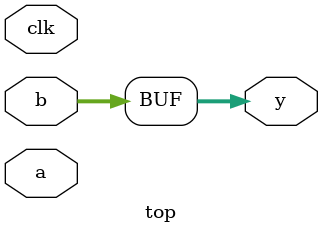
<source format=v>
module top(a, b, y, clk);
	input [3:0] a, b, clk;
	output wire [3:0]y;

	assign y = b;

endmodule

</source>
